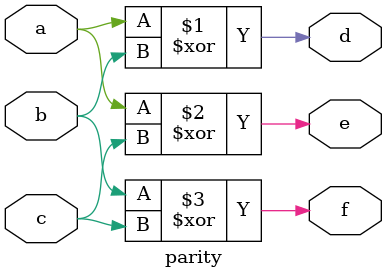
<source format=v>
`timescale 1ns/1ps

module parity(
	input a, b, c,
	output d, e, f
);

xor g1(d, a, b);
xor g2(e, a, c);
xor g3(f, b, c);

endmodule
</source>
